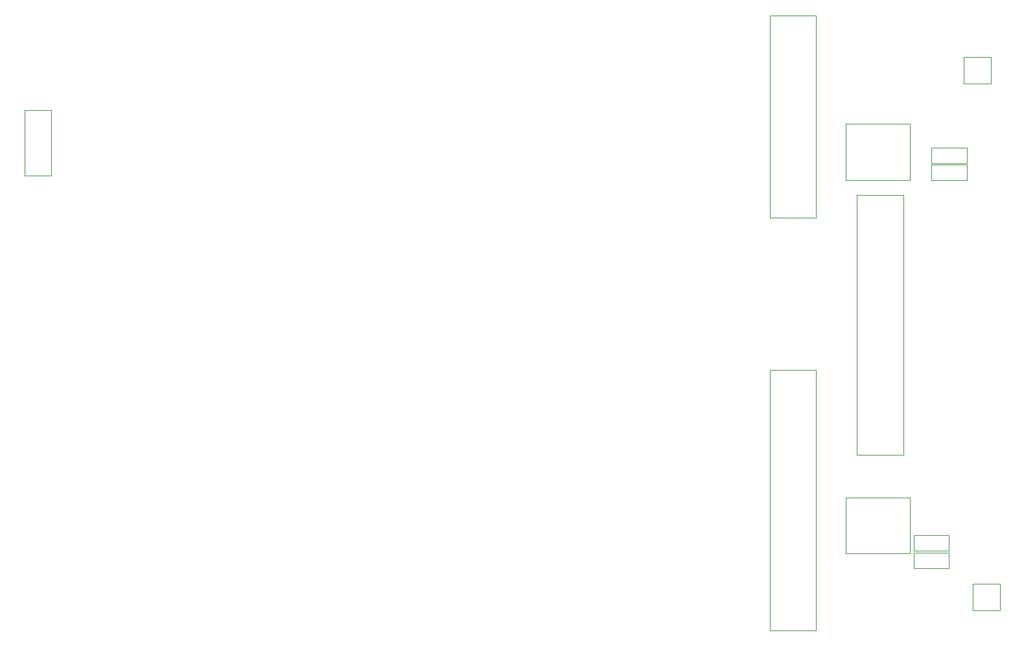
<source format=gbr>
G04 #@! TF.FileFunction,Other,User*
%FSLAX46Y46*%
G04 Gerber Fmt 4.6, Leading zero omitted, Abs format (unit mm)*
G04 Created by KiCad (PCBNEW 4.0.5+dfsg1-4) date Mon Feb 26 17:29:33 2018*
%MOMM*%
%LPD*%
G01*
G04 APERTURE LIST*
%ADD10C,0.150000*%
%ADD11C,0.050000*%
G04 APERTURE END LIST*
D10*
D11*
X162265000Y-50387500D02*
X153865000Y-50387500D01*
X162265000Y-57687500D02*
X153865000Y-57687500D01*
X162265000Y-50387500D02*
X162265000Y-57687500D01*
X153865000Y-50387500D02*
X153865000Y-57687500D01*
X46610000Y-48540000D02*
X46610000Y-57140000D01*
X50110000Y-48540000D02*
X50110000Y-57140000D01*
X46610000Y-48540000D02*
X50110000Y-48540000D01*
X46610000Y-57140000D02*
X50110000Y-57140000D01*
X169332500Y-41619500D02*
X169332500Y-45119500D01*
X172832500Y-41619500D02*
X172832500Y-45119500D01*
X169332500Y-41619500D02*
X172832500Y-41619500D01*
X169332500Y-45119500D02*
X172832500Y-45119500D01*
X170500900Y-110453500D02*
X170500900Y-113953500D01*
X174000900Y-110453500D02*
X174000900Y-113953500D01*
X170500900Y-110453500D02*
X174000900Y-110453500D01*
X170500900Y-113953500D02*
X174000900Y-113953500D01*
X162265000Y-99219000D02*
X153865000Y-99219000D01*
X162265000Y-106519000D02*
X153865000Y-106519000D01*
X162265000Y-99219000D02*
X162265000Y-106519000D01*
X153865000Y-99219000D02*
X153865000Y-106519000D01*
X150036000Y-62591000D02*
X150036000Y-36191000D01*
X143986000Y-62591000D02*
X143986000Y-36191000D01*
X150036000Y-62591000D02*
X143986000Y-62591000D01*
X150036000Y-36191000D02*
X143986000Y-36191000D01*
X161389000Y-93647200D02*
X161389000Y-59647200D01*
X155339000Y-93647200D02*
X155339000Y-59647200D01*
X161389000Y-93647200D02*
X155339000Y-93647200D01*
X161389000Y-59647200D02*
X155339000Y-59647200D01*
X150036000Y-116557000D02*
X150036000Y-82557000D01*
X143986000Y-116557000D02*
X143986000Y-82557000D01*
X150036000Y-116557000D02*
X143986000Y-116557000D01*
X150036000Y-82557000D02*
X143986000Y-82557000D01*
X162737300Y-104116900D02*
X167337300Y-104116900D01*
X162737300Y-106116900D02*
X167337300Y-106116900D01*
X162737300Y-104116900D02*
X162737300Y-106116900D01*
X167337300Y-104116900D02*
X167337300Y-106116900D01*
X162737300Y-106415600D02*
X167337300Y-106415600D01*
X162737300Y-108415600D02*
X167337300Y-108415600D01*
X162737300Y-106415600D02*
X162737300Y-108415600D01*
X167337300Y-106415600D02*
X167337300Y-108415600D01*
X165099500Y-53507400D02*
X169699500Y-53507400D01*
X165099500Y-55507400D02*
X169699500Y-55507400D01*
X165099500Y-53507400D02*
X165099500Y-55507400D01*
X169699500Y-53507400D02*
X169699500Y-55507400D01*
X165099500Y-55717200D02*
X169699500Y-55717200D01*
X165099500Y-57717200D02*
X169699500Y-57717200D01*
X165099500Y-55717200D02*
X165099500Y-57717200D01*
X169699500Y-55717200D02*
X169699500Y-57717200D01*
M02*

</source>
